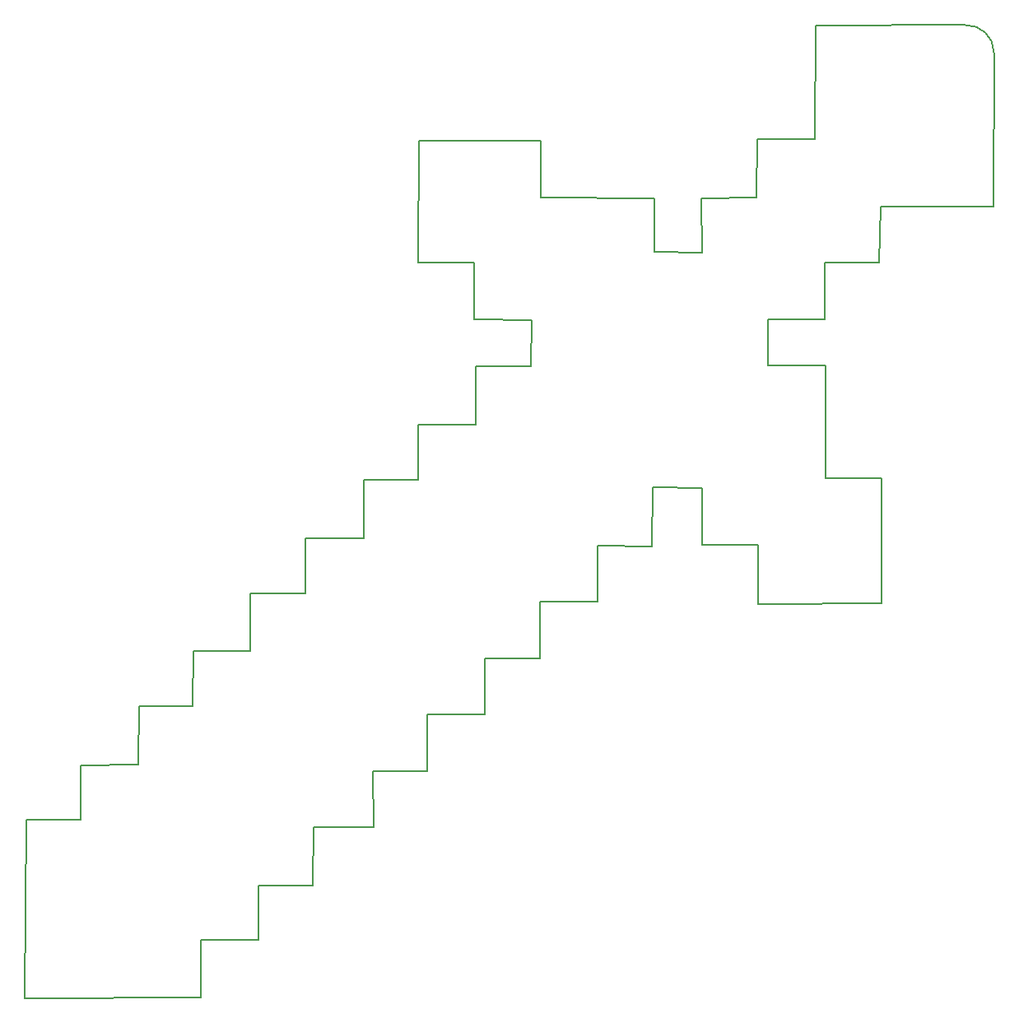
<source format=gbr>
%TF.GenerationSoftware,KiCad,Pcbnew,7.0.2*%
%TF.CreationDate,2023-08-16T09:45:11-05:00*%
%TF.ProjectId,Project Narsil Sword,50726f6a-6563-4742-904e-617273696c20,rev?*%
%TF.SameCoordinates,Original*%
%TF.FileFunction,Profile,NP*%
%FSLAX46Y46*%
G04 Gerber Fmt 4.6, Leading zero omitted, Abs format (unit mm)*
G04 Created by KiCad (PCBNEW 7.0.2) date 2023-08-16 09:45:11*
%MOMM*%
%LPD*%
G01*
G04 APERTURE LIST*
%TA.AperFunction,Profile*%
%ADD10C,0.150000*%
%TD*%
G04 APERTURE END LIST*
D10*
X155651200Y-92837000D02*
X155651200Y-98679000D01*
X132334000Y-80365600D02*
X132334000Y-86334600D01*
X144907000Y-98806000D02*
X150495000Y-98831400D01*
X150495000Y-98831400D02*
X150520400Y-92811600D01*
X97688400Y-115290600D02*
X97637600Y-121335800D01*
X139065000Y-57099200D02*
X126517400Y-57150000D01*
X144907000Y-104546400D02*
X144907000Y-98806000D01*
X161417000Y-98729800D02*
X161391600Y-104775000D01*
X133248400Y-110388400D02*
X138963400Y-110388400D01*
X91744800Y-121361200D02*
X91694000Y-127000000D01*
X168325800Y-80238600D02*
X162433000Y-80238600D01*
X139014200Y-62992000D02*
X139065000Y-57099200D01*
X127330200Y-121996200D02*
X127355600Y-116128800D01*
X168275000Y-75539600D02*
X168275000Y-69621400D01*
X126415800Y-92049600D02*
X120802400Y-92049600D01*
X155549600Y-63017400D02*
X155600400Y-68630800D01*
X103276400Y-109651800D02*
X103251000Y-115316000D01*
X161239200Y-62992000D02*
X155549600Y-63017400D01*
X110032800Y-133781800D02*
X115620800Y-133781800D01*
X161696400Y-104775000D02*
X174066200Y-104749600D01*
X86080600Y-127000000D02*
X85979000Y-145313400D01*
X120802400Y-98018600D02*
X114808000Y-98018600D01*
X103251000Y-115316000D02*
X97688400Y-115290600D01*
X121742200Y-122021600D02*
X127330200Y-121996200D01*
X110032800Y-139369800D02*
X110032800Y-133781800D01*
X138074400Y-75590400D02*
X138023600Y-80365600D01*
X173964600Y-63931800D02*
X185572400Y-63931800D01*
X155600400Y-68630800D02*
X150723600Y-68580000D01*
X150520400Y-92811600D02*
X155651200Y-92837000D01*
X109118400Y-109651800D02*
X103276400Y-109651800D01*
X161391600Y-104775000D02*
X161696400Y-104775000D01*
X114808000Y-98018600D02*
X114833400Y-103657400D01*
X132207000Y-69672200D02*
X132156200Y-75514200D01*
X173863000Y-69621400D02*
X173964600Y-63931800D01*
X167309800Y-45237400D02*
X167208200Y-56946800D01*
X167208200Y-56946800D02*
X161290000Y-56946800D01*
X150723600Y-63068200D02*
X139014200Y-62992000D01*
X133248400Y-116128800D02*
X133248400Y-110388400D01*
X161290000Y-56946800D02*
X161239200Y-62992000D01*
X121818400Y-127736600D02*
X121742200Y-122021600D01*
X97637600Y-121335800D02*
X91744800Y-121361200D01*
X104089200Y-145288000D02*
X104089200Y-139369800D01*
X132334000Y-86334600D02*
X126441200Y-86360000D01*
X126517400Y-57150000D02*
X126441200Y-69672200D01*
X115620800Y-133781800D02*
X115697000Y-127736600D01*
X115697000Y-127736600D02*
X121818400Y-127736600D01*
X168325800Y-91846400D02*
X168325800Y-80238600D01*
X127355600Y-116128800D02*
X133248400Y-116128800D01*
X114833400Y-103657400D02*
X109169200Y-103657400D01*
X138963400Y-104546400D02*
X144907000Y-104546400D01*
X85979000Y-145313400D02*
X104089200Y-145288000D01*
X162433000Y-80238600D02*
X162433000Y-75539600D01*
X174066200Y-104749600D02*
X174066200Y-91846400D01*
X104089200Y-139369800D02*
X110032800Y-139369800D01*
X109169200Y-103657400D02*
X109118400Y-109651800D01*
X132156200Y-75514200D02*
X138074400Y-75590400D01*
X138963400Y-110388400D02*
X138963400Y-104546400D01*
X126441200Y-86360000D02*
X126415800Y-92049600D01*
X120802400Y-92049600D02*
X120802400Y-98018600D01*
X162433000Y-75539600D02*
X168275000Y-75539600D01*
X155651200Y-98679000D02*
X161417000Y-98729800D01*
X91694000Y-127000000D02*
X86080600Y-127000000D01*
X168275000Y-69621400D02*
X173863000Y-69621400D01*
X185647514Y-48055314D02*
G75*
G03*
X182724739Y-45235915I-2821214J14D01*
G01*
X174066200Y-91846400D02*
X168325800Y-91846400D01*
X182724739Y-45235914D02*
X167309800Y-45237400D01*
X150723600Y-68580000D02*
X150723600Y-63068200D01*
X138023600Y-80365600D02*
X132334000Y-80365600D01*
X126441200Y-69672200D02*
X132207000Y-69672200D01*
X185572400Y-63931800D02*
X185647569Y-48055314D01*
M02*

</source>
